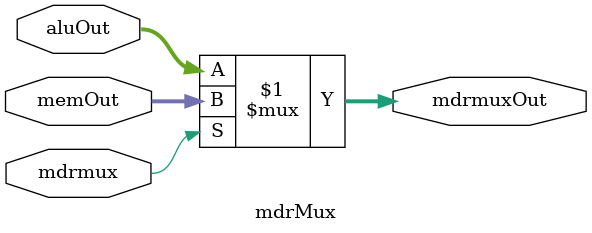
<source format=v>
module mdrMux(memOut, aluOut, mdrmux, mdrmuxOut);
input signed [15:0] memOut;
input signed [15:0] aluOut;
input mdrmux;
output signed [15:0]mdrmuxOut;
assign mdrmuxOut = mdrmux?memOut:aluOut;
endmodule

</source>
